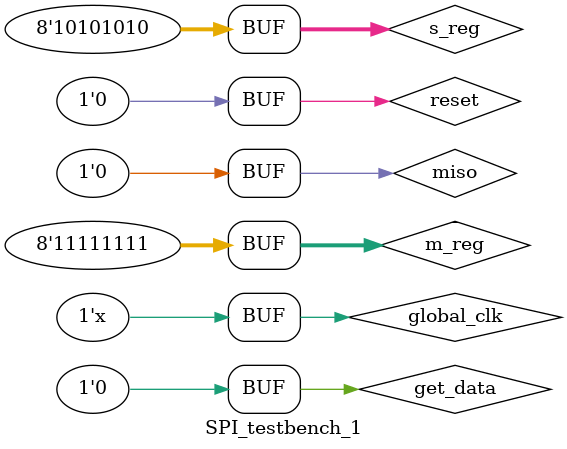
<source format=v>

module SPI_testbench_1;

	// Inputs
	reg miso;
	reg [0:7] m_reg;
	reg [0:7] s_reg;
	reg get_data;
	reg global_clk;
	reg reset;

	// Outputs
	wire mosi;
	wire ss;

	// Instantiate the Unit Under Test (UUT)
	SPI_main uut (
		.mosi(mosi), 
		.miso(miso), 
		.ss(ss), 
		.m_reg(m_reg), 
		.s_reg(s_reg), 
		.get_data(get_data), 
		.global_clk(global_clk), 
		.reset(reset)
	);
	
	always #1 global_clk = ~global_clk;

	initial begin
		// Initialize Inputs
		miso = 0;
		m_reg = 0;
		s_reg = 0;
		get_data = 0;
		global_clk = 0;
		reset = 1;
		#1;
		reset = 0;
		#1;
		reset = 1;

		// Wait 100 ns for global reset to finish
		#10;
		reset = 0;
		m_reg = 8'b11111111;
		s_reg = 8'b10101010;
		#100;
		get_data= 1'b0;
		#1;
		get_data= 1'b1;
		#1;
		get_data= 1'b0;
		
		#1000;
        
		// Add stimulus here

	end
      
endmodule


</source>
